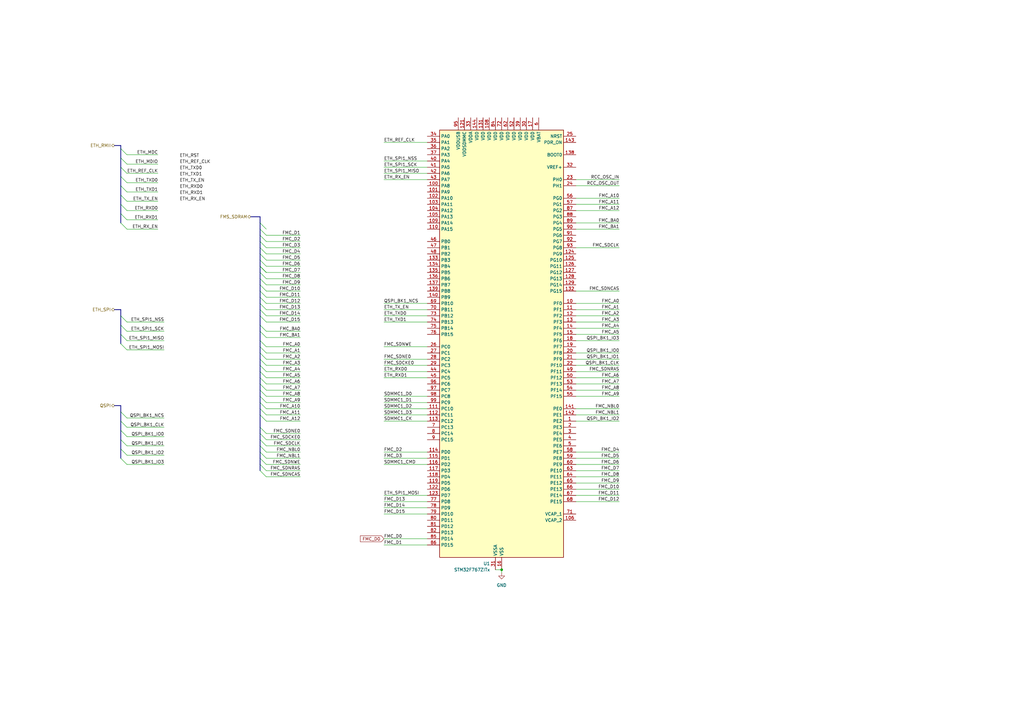
<source format=kicad_sch>
(kicad_sch (version 20230121) (generator eeschema)
  (paper "A3")
  (lib_symbols
    (symbol "MCU_ST_STM32F7:STM32F767ZITx"
      (property "Reference" "U" (at -25.4 90.17 0))
      (property "Value" "STM32F767ZITx" (at 20.32 90.17 0))
      (symbol "STM32F767ZITx_0_1"
        (rectangle (start -25.4 -86.36) (end 25.4 88.9) (stroke (width 0.254)) (fill (type background)))
      )
      (symbol "STM32F767ZITx_1_1"
        (pin bidirectional line (at -30.48 -30.48 0) (length 5.08) (name "PE2") (number "1"))
        (pin bidirectional line (at -30.48 17.78 0) (length 5.08) (name "PF0") (number "10"))
        (pin bidirectional line (at 30.48 66.04 180) (length 5.08) (name "PA8") (number "100"))
        (pin bidirectional line (at 30.48 63.5 180) (length 5.08) (name "PA9") (number "101"))
        (pin bidirectional line (at 30.48 60.96 180) (length 5.08) (name "PA10") (number "102"))
        (pin bidirectional line (at 30.48 58.42 180) (length 5.08) (name "PA11") (number "103"))
        (pin bidirectional line (at 30.48 55.88 180) (length 5.08) (name "PA12") (number "104"))
        (pin bidirectional line (at 30.48 53.34 180) (length 5.08) (name "PA13") (number "105"))
        (pin power_out line (at -30.48 -71.12 0) (length 5.08) (name "VCAP_2") (number "106"))
        (pin passive line (at 0 -91.44 90) (length 5.08) hide (name "VSS") (number "107"))
        (pin power_in line (at 5.08 93.98 270) (length 5.08) (name "VDD") (number "108"))
        (pin bidirectional line (at 30.48 50.8 180) (length 5.08) (name "PA14") (number "109"))
        (pin bidirectional line (at -30.48 15.24 0) (length 5.08) (name "PF1") (number "11"))
        (pin bidirectional line (at 30.48 48.26 180) (length 5.08) (name "PA15") (number "110"))
        (pin bidirectional line (at 30.48 -25.4 180) (length 5.08) (name "PC10") (number "111"))
        (pin bidirectional line (at 30.48 -27.94 180) (length 5.08) (name "PC11") (number "112"))
        (pin bidirectional line (at 30.48 -30.48 180) (length 5.08) (name "PC12") (number "113"))
        (pin bidirectional line (at 30.48 -43.18 180) (length 5.08) (name "PD0") (number "114"))
        (pin bidirectional line (at 30.48 -45.72 180) (length 5.08) (name "PD1") (number "115"))
        (pin bidirectional line (at 30.48 -48.26 180) (length 5.08) (name "PD2") (number "116"))
        (pin bidirectional line (at 30.48 -50.8 180) (length 5.08) (name "PD3") (number "117"))
        (pin bidirectional line (at 30.48 -53.34 180) (length 5.08) (name "PD4") (number "118"))
        (pin bidirectional line (at 30.48 -55.88 180) (length 5.08) (name "PD5") (number "119"))
        (pin bidirectional line (at -30.48 12.7 0) (length 5.08) (name "PF2") (number "12"))
        (pin passive line (at 0 -91.44 90) (length 5.08) hide (name "VSS") (number "120"))
        (pin power_in line (at 15.24 93.98 270) (length 5.08) (name "VDDSDMMC") (number "121"))
        (pin bidirectional line (at 30.48 -58.42 180) (length 5.08) (name "PD6") (number "122"))
        (pin bidirectional line (at 30.48 -60.96 180) (length 5.08) (name "PD7") (number "123"))
        (pin bidirectional line (at -30.48 38.1 0) (length 5.08) (name "PG9") (number "124"))
        (pin bidirectional line (at -30.48 35.56 0) (length 5.08) (name "PG10") (number "125"))
        (pin bidirectional line (at -30.48 33.02 0) (length 5.08) (name "PG11") (number "126"))
        (pin bidirectional line (at -30.48 30.48 0) (length 5.08) (name "PG12") (number "127"))
        (pin bidirectional line (at -30.48 27.94 0) (length 5.08) (name "PG13") (number "128"))
        (pin bidirectional line (at -30.48 25.4 0) (length 5.08) (name "PG14") (number "129"))
        (pin bidirectional line (at -30.48 10.16 0) (length 5.08) (name "PF3") (number "13"))
        (pin passive line (at 0 -91.44 90) (length 5.08) hide (name "VSS") (number "130"))
        (pin power_in line (at 7.62 93.98 270) (length 5.08) (name "VDD") (number "131"))
        (pin bidirectional line (at -30.48 22.86 0) (length 5.08) (name "PG15") (number "132"))
        (pin bidirectional line (at 30.48 35.56 180) (length 5.08) (name "PB3") (number "133"))
        (pin bidirectional line (at 30.48 33.02 180) (length 5.08) (name "PB4") (number "134"))
        (pin bidirectional line (at 30.48 30.48 180) (length 5.08) (name "PB5") (number "135"))
        (pin bidirectional line (at 30.48 27.94 180) (length 5.08) (name "PB6") (number "136"))
        (pin bidirectional line (at 30.48 25.4 180) (length 5.08) (name "PB7") (number "137"))
        (pin input line (at -30.48 78.74 0) (length 5.08) (name "BOOT0") (number "138"))
        (pin bidirectional line (at 30.48 22.86 180) (length 5.08) (name "PB8") (number "139"))
        (pin bidirectional line (at -30.48 7.62 0) (length 5.08) (name "PF4") (number "14"))
        (pin bidirectional line (at 30.48 20.32 180) (length 5.08) (name "PB9") (number "140"))
        (pin bidirectional line (at -30.48 -25.4 0) (length 5.08) (name "PE0") (number "141"))
        (pin bidirectional line (at -30.48 -27.94 0) (length 5.08) (name "PE1") (number "142"))
        (pin input line (at -30.48 83.82 0) (length 5.08) (name "PDR_ON") (number "143"))
        (pin power_in line (at 10.16 93.98 270) (length 5.08) (name "VDD") (number "144"))
        (pin bidirectional line (at -30.48 5.08 0) (length 5.08) (name "PF5") (number "15"))
        (pin power_in line (at 0 -91.44 90) (length 5.08) (name "VSS") (number "16"))
        (pin power_in line (at -12.7 93.98 270) (length 5.08) (name "VDD") (number "17"))
        (pin bidirectional line (at -30.48 2.54 0) (length 5.08) (name "PF6") (number "18"))
        (pin bidirectional line (at -30.48 0 0) (length 5.08) (name "PF7") (number "19"))
        (pin bidirectional line (at -30.48 -33.02 0) (length 5.08) (name "PE3") (number "2"))
        (pin bidirectional line (at -30.48 -2.54 0) (length 5.08) (name "PF8") (number "20"))
        (pin bidirectional line (at -30.48 -5.08 0) (length 5.08) (name "PF9") (number "21"))
        (pin bidirectional line (at -30.48 -7.62 0) (length 5.08) (name "PF10") (number "22"))
        (pin bidirectional line (at -30.48 68.58 0) (length 5.08) (name "PH0") (number "23"))
        (pin bidirectional line (at -30.48 66.04 0) (length 5.08) (name "PH1") (number "24"))
        (pin input line (at -30.48 86.36 0) (length 5.08) (name "NRST") (number "25"))
        (pin bidirectional line (at 30.48 0 180) (length 5.08) (name "PC0") (number "26"))
        (pin bidirectional line (at 30.48 -2.54 180) (length 5.08) (name "PC1") (number "27"))
        (pin bidirectional line (at 30.48 -5.08 180) (length 5.08) (name "PC2") (number "28"))
        (pin bidirectional line (at 30.48 -7.62 180) (length 5.08) (name "PC3") (number "29"))
        (pin bidirectional line (at -30.48 -35.56 0) (length 5.08) (name "PE4") (number "3"))
        (pin power_in line (at -10.16 93.98 270) (length 5.08) (name "VDD") (number "30"))
        (pin power_in line (at 2.54 -91.44 90) (length 5.08) (name "VSSA") (number "31"))
        (pin input line (at -30.48 73.66 0) (length 5.08) (name "VREF+") (number "32"))
        (pin power_in line (at 12.7 93.98 270) (length 5.08) (name "VDDA") (number "33"))
        (pin bidirectional line (at 30.48 86.36 180) (length 5.08) (name "PA0") (number "34"))
        (pin bidirectional line (at 30.48 83.82 180) (length 5.08) (name "PA1") (number "35"))
        (pin bidirectional line (at 30.48 81.28 180) (length 5.08) (name "PA2") (number "36"))
        (pin bidirectional line (at 30.48 78.74 180) (length 5.08) (name "PA3") (number "37"))
        (pin passive line (at 0 -91.44 90) (length 5.08) hide (name "VSS") (number "38"))
        (pin power_in line (at -7.62 93.98 270) (length 5.08) (name "VDD") (number "39"))
        (pin bidirectional line (at -30.48 -38.1 0) (length 5.08) (name "PE5") (number "4"))
        (pin bidirectional line (at 30.48 76.2 180) (length 5.08) (name "PA4") (number "40"))
        (pin bidirectional line (at 30.48 73.66 180) (length 5.08) (name "PA5") (number "41"))
        (pin bidirectional line (at 30.48 71.12 180) (length 5.08) (name "PA6") (number "42"))
        (pin bidirectional line (at 30.48 68.58 180) (length 5.08) (name "PA7") (number "43"))
        (pin bidirectional line (at 30.48 -10.16 180) (length 5.08) (name "PC4") (number "44"))
        (pin bidirectional line (at 30.48 -12.7 180) (length 5.08) (name "PC5") (number "45"))
        (pin bidirectional line (at 30.48 43.18 180) (length 5.08) (name "PB0") (number "46"))
        (pin bidirectional line (at 30.48 40.64 180) (length 5.08) (name "PB1") (number "47"))
        (pin bidirectional line (at 30.48 38.1 180) (length 5.08) (name "PB2") (number "48"))
        (pin bidirectional line (at -30.48 -10.16 0) (length 5.08) (name "PF11") (number "49"))
        (pin bidirectional line (at -30.48 -40.64 0) (length 5.08) (name "PE6") (number "5"))
        (pin bidirectional line (at -30.48 -12.7 0) (length 5.08) (name "PF12") (number "50"))
        (pin passive line (at 0 -91.44 90) (length 5.08) hide (name "VSS") (number "51"))
        (pin power_in line (at -5.08 93.98 270) (length 5.08) (name "VDD") (number "52"))
        (pin bidirectional line (at -30.48 -15.24 0) (length 5.08) (name "PF13") (number "53"))
        (pin bidirectional line (at -30.48 -17.78 0) (length 5.08) (name "PF14") (number "54"))
        (pin bidirectional line (at -30.48 -20.32 0) (length 5.08) (name "PF15") (number "55"))
        (pin bidirectional line (at -30.48 60.96 0) (length 5.08) (name "PG0") (number "56"))
        (pin bidirectional line (at -30.48 58.42 0) (length 5.08) (name "PG1") (number "57"))
        (pin bidirectional line (at -30.48 -43.18 0) (length 5.08) (name "PE7") (number "58"))
        (pin bidirectional line (at -30.48 -45.72 0) (length 5.08) (name "PE8") (number "59"))
        (pin power_in line (at -15.24 93.98 270) (length 5.08) (name "VBAT") (number "6"))
        (pin bidirectional line (at -30.48 -48.26 0) (length 5.08) (name "PE9") (number "60"))
        (pin passive line (at 0 -91.44 90) (length 5.08) hide (name "VSS") (number "61"))
        (pin power_in line (at -2.54 93.98 270) (length 5.08) (name "VDD") (number "62"))
        (pin bidirectional line (at -30.48 -50.8 0) (length 5.08) (name "PE10") (number "63"))
        (pin bidirectional line (at -30.48 -53.34 0) (length 5.08) (name "PE11") (number "64"))
        (pin bidirectional line (at -30.48 -55.88 0) (length 5.08) (name "PE12") (number "65"))
        (pin bidirectional line (at -30.48 -58.42 0) (length 5.08) (name "PE13") (number "66"))
        (pin bidirectional line (at -30.48 -60.96 0) (length 5.08) (name "PE14") (number "67"))
        (pin bidirectional line (at -30.48 -63.5 0) (length 5.08) (name "PE15") (number "68"))
        (pin bidirectional line (at 30.48 17.78 180) (length 5.08) (name "PB10") (number "69"))
        (pin bidirectional line (at 30.48 -33.02 180) (length 5.08) (name "PC13") (number "7"))
        (pin bidirectional line (at 30.48 15.24 180) (length 5.08) (name "PB11") (number "70"))
        (pin power_out line (at -30.48 -68.58 0) (length 5.08) (name "VCAP_1") (number "71"))
        (pin power_in line (at 0 93.98 270) (length 5.08) (name "VDD") (number "72"))
        (pin bidirectional line (at 30.48 12.7 180) (length 5.08) (name "PB12") (number "73"))
        (pin bidirectional line (at 30.48 10.16 180) (length 5.08) (name "PB13") (number "74"))
        (pin bidirectional line (at 30.48 7.62 180) (length 5.08) (name "PB14") (number "75"))
        (pin bidirectional line (at 30.48 5.08 180) (length 5.08) (name "PB15") (number "76"))
        (pin bidirectional line (at 30.48 -63.5 180) (length 5.08) (name "PD8") (number "77"))
        (pin bidirectional line (at 30.48 -66.04 180) (length 5.08) (name "PD9") (number "78"))
        (pin bidirectional line (at 30.48 -68.58 180) (length 5.08) (name "PD10") (number "79"))
        (pin bidirectional line (at 30.48 -35.56 180) (length 5.08) (name "PC14") (number "8"))
        (pin bidirectional line (at 30.48 -71.12 180) (length 5.08) (name "PD11") (number "80"))
        (pin bidirectional line (at 30.48 -73.66 180) (length 5.08) (name "PD12") (number "81"))
        (pin bidirectional line (at 30.48 -76.2 180) (length 5.08) (name "PD13") (number "82"))
        (pin passive line (at 0 -91.44 90) (length 5.08) hide (name "VSS") (number "83"))
        (pin power_in line (at 2.54 93.98 270) (length 5.08) (name "VDD") (number "84"))
        (pin bidirectional line (at 30.48 -78.74 180) (length 5.08) (name "PD14") (number "85"))
        (pin bidirectional line (at 30.48 -81.28 180) (length 5.08) (name "PD15") (number "86"))
        (pin bidirectional line (at -30.48 55.88 0) (length 5.08) (name "PG2") (number "87"))
        (pin bidirectional line (at -30.48 53.34 0) (length 5.08) (name "PG3") (number "88"))
        (pin bidirectional line (at -30.48 50.8 0) (length 5.08) (name "PG4") (number "89"))
        (pin bidirectional line (at 30.48 -38.1 180) (length 5.08) (name "PC15") (number "9"))
        (pin bidirectional line (at -30.48 48.26 0) (length 5.08) (name "PG5") (number "90"))
        (pin bidirectional line (at -30.48 45.72 0) (length 5.08) (name "PG6") (number "91"))
        (pin bidirectional line (at -30.48 43.18 0) (length 5.08) (name "PG7") (number "92"))
        (pin bidirectional line (at -30.48 40.64 0) (length 5.08) (name "PG8") (number "93"))
        (pin passive line (at 0 -91.44 90) (length 5.08) hide (name "VSS") (number "94"))
        (pin power_in line (at 17.78 93.98 270) (length 5.08) (name "VDDUSB") (number "95"))
        (pin bidirectional line (at 30.48 -15.24 180) (length 5.08) (name "PC6") (number "96"))
        (pin bidirectional line (at 30.48 -17.78 180) (length 5.08) (name "PC7") (number "97"))
        (pin bidirectional line (at 30.48 -20.32 180) (length 5.08) (name "PC8") (number "98"))
        (pin bidirectional line (at 30.48 -22.86 180) (length 5.08) (name "PC9") (number "99"))
      )
    )
    (symbol "power:GND" (power) (pin_names (offset 0))
      (property "Value" "GND" (at 0 -3.81 0))
      (symbol "GND_0_1"
        (polyline (pts (xy 0 0) (xy 0 -1.27) (xy 1.27 -1.27) (xy 0 -2.54) (xy -1.27 -1.27) (xy 0 -1.27)))
      )
      (symbol "GND_1_1"
        (pin power_in line (at 0 0 270) (length 0) hide (name "GND") (number "1"))
      )
    )
  )
  (junction (at 205.74 233.68))
  (bus_entry (at 106.68 182.88) (size 2.54 2.54))
  (bus_entry (at 106.68 139.7) (size 2.54 2.54))
  (bus_entry (at 106.68 109.22) (size 2.54 2.54))
  (bus_entry (at 106.68 133.35) (size 2.54 2.54))
  (bus_entry (at 49.53 91.44) (size 2.54 2.54))
  (bus_entry (at 106.68 160.02) (size 2.54 2.54))
  (bus_entry (at 106.68 101.6) (size 2.54 2.54))
  (bus_entry (at 106.68 175.26) (size 2.54 2.54))
  (bus_entry (at 106.68 154.94) (size 2.54 2.54))
  (bus_entry (at 49.53 68.58) (size 2.54 2.54))
  (bus_entry (at 106.68 119.38) (size 2.54 2.54))
  (bus_entry (at 106.68 142.24) (size 2.54 2.54))
  (bus_entry (at 106.68 152.4) (size 2.54 2.54))
  (bus_entry (at 49.53 72.39) (size 2.54 2.54))
  (bus_entry (at 106.68 111.76) (size 2.54 2.54))
  (bus_entry (at 106.68 177.8) (size 2.54 2.54))
  (bus_entry (at 49.53 140.97) (size 2.54 2.54))
  (bus_entry (at 106.68 91.44) (size 2.54 2.54))
  (bus_entry (at 49.53 176.53) (size 2.54 2.54))
  (bus_entry (at 106.68 129.54) (size 2.54 2.54))
  (bus_entry (at 49.53 187.96) (size 2.54 2.54))
  (bus_entry (at 106.68 170.18) (size 2.54 2.54))
  (bus_entry (at 106.68 116.84) (size 2.54 2.54))
  (bus_entry (at 106.68 109.22) (size 2.54 2.54))
  (bus_entry (at 106.68 180.34) (size 2.54 2.54))
  (bus_entry (at 49.53 64.77) (size 2.54 2.54))
  (bus_entry (at 49.53 184.15) (size 2.54 2.54))
  (bus_entry (at 106.68 144.78) (size 2.54 2.54))
  (bus_entry (at 106.68 127) (size 2.54 2.54))
  (bus_entry (at 49.53 172.72) (size 2.54 2.54))
  (bus_entry (at 106.68 187.96) (size 2.54 2.54))
  (bus_entry (at 106.68 185.42) (size 2.54 2.54))
  (bus_entry (at 49.53 133.35) (size 2.54 2.54))
  (bus_entry (at 106.68 193.04) (size 2.54 2.54))
  (bus_entry (at 106.68 149.86) (size 2.54 2.54))
  (bus_entry (at 106.68 190.5) (size 2.54 2.54))
  (bus_entry (at 49.53 60.96) (size 2.54 2.54))
  (bus_entry (at 106.68 124.46) (size 2.54 2.54))
  (bus_entry (at 106.68 96.52) (size 2.54 2.54))
  (bus_entry (at 49.53 137.16) (size 2.54 2.54))
  (bus_entry (at 49.53 168.91) (size 2.54 2.54))
  (bus_entry (at 49.53 87.63) (size 2.54 2.54))
  (bus_entry (at 106.68 114.3) (size 2.54 2.54))
  (bus_entry (at 106.68 135.89) (size 2.54 2.54))
  (bus_entry (at 49.53 80.01) (size 2.54 2.54))
  (bus_entry (at 49.53 76.2) (size 2.54 2.54))
  (bus_entry (at 106.68 162.56) (size 2.54 2.54))
  (bus_entry (at 106.68 167.64) (size 2.54 2.54))
  (bus_entry (at 49.53 83.82) (size 2.54 2.54))
  (bus_entry (at 106.68 157.48) (size 2.54 2.54))
  (bus_entry (at 106.68 104.14) (size 2.54 2.54))
  (bus_entry (at 49.53 180.34) (size 2.54 2.54))
  (bus_entry (at 106.68 165.1) (size 2.54 2.54))
  (bus_entry (at 106.68 106.68) (size 2.54 2.54))
  (bus_entry (at 49.53 129.54) (size 2.54 2.54))
  (bus_entry (at 106.68 93.98) (size 2.54 2.54))
  (bus_entry (at 106.68 99.06) (size 2.54 2.54))
  (bus_entry (at 106.68 147.32) (size 2.54 2.54))
  (bus_entry (at 106.68 121.92) (size 2.54 2.54))
  (wire (pts (xy 157.48 190.5) (xy 175.26 190.5)))
  (wire (pts (xy 157.48 154.94) (xy 175.26 154.94)))
  (wire (pts (xy 109.22 177.8) (xy 123.19 177.8)))
  (wire (pts (xy 109.22 157.48) (xy 123.19 157.48)))
  (wire (pts (xy 109.22 162.56) (xy 123.19 162.56)))
  (wire (pts (xy 236.22 83.82) (xy 254 83.82)))
  (wire (pts (xy 109.22 170.18) (xy 123.19 170.18)))
  (wire (pts (xy 52.07 71.12) (xy 64.77 71.12)))
  (wire (pts (xy 157.48 167.64) (xy 175.26 167.64)))
  (wire (pts (xy 236.22 93.98) (xy 254 93.98)))
  (wire (pts (xy 52.07 86.36) (xy 64.77 86.36)))
  (wire (pts (xy 109.22 119.38) (xy 123.19 119.38)))
  (bus (pts (xy 106.68 182.88) (xy 106.68 180.34)))
  (wire (pts (xy 52.07 74.93) (xy 64.77 74.93)))
  (bus (pts (xy 106.68 142.24) (xy 106.68 139.7)))
  (wire (pts (xy 157.48 205.74) (xy 175.26 205.74)))
  (bus (pts (xy 106.68 147.32) (xy 106.68 144.78)))
  (wire (pts (xy 109.22 104.14) (xy 123.19 104.14)))
  (wire (pts (xy 236.22 137.16) (xy 254 137.16)))
  (wire (pts (xy 236.22 139.7) (xy 254 139.7)))
  (wire (pts (xy 236.22 170.18) (xy 254 170.18)))
  (wire (pts (xy 109.22 149.86) (xy 123.19 149.86)))
  (bus (pts (xy 106.68 175.26) (xy 106.68 170.18)))
  (wire (pts (xy 157.48 223.52) (xy 175.26 223.52)))
  (bus (pts (xy 106.68 129.54) (xy 106.68 127)))
  (bus (pts (xy 106.68 93.98) (xy 106.68 91.44)))
  (bus (pts (xy 106.68 96.52) (xy 106.68 93.98)))
  (wire (pts (xy 52.07 186.69) (xy 67.31 186.69)))
  (wire (pts (xy 236.22 119.38) (xy 254 119.38)))
  (bus (pts (xy 106.68 124.46) (xy 106.68 121.92)))
  (wire (pts (xy 109.22 111.76) (xy 123.19 111.76)))
  (wire (pts (xy 109.22 124.46) (xy 123.19 124.46)))
  (wire (pts (xy 109.22 121.92) (xy 123.19 121.92)))
  (bus (pts (xy 49.53 180.34) (xy 49.53 176.53)))
  (bus (pts (xy 106.68 91.44) (xy 106.68 88.9)))
  (bus (pts (xy 106.68 180.34) (xy 106.68 177.8)))
  (wire (pts (xy 109.22 160.02) (xy 123.19 160.02)))
  (wire (pts (xy 109.22 147.32) (xy 123.19 147.32)))
  (bus (pts (xy 106.68 99.06) (xy 106.68 96.52)))
  (wire (pts (xy 109.22 165.1) (xy 123.19 165.1)))
  (wire (pts (xy 109.22 138.43) (xy 123.19 138.43)))
  (wire (pts (xy 109.22 127) (xy 123.19 127)))
  (bus (pts (xy 106.68 133.35) (xy 106.68 129.54)))
  (bus (pts (xy 106.68 116.84) (xy 106.68 114.3)))
  (bus (pts (xy 49.53 176.53) (xy 49.53 172.72)))
  (wire (pts (xy 109.22 132.08) (xy 123.19 132.08)))
  (bus (pts (xy 49.53 129.54) (xy 49.53 133.35)))
  (bus (pts (xy 49.53 83.82) (xy 49.53 87.63)))
  (bus (pts (xy 49.53 72.39) (xy 49.53 76.2)))
  (wire (pts (xy 109.22 116.84) (xy 123.19 116.84)))
  (wire (pts (xy 157.48 210.82) (xy 175.26 210.82)))
  (wire (pts (xy 236.22 172.72) (xy 254 172.72)))
  (bus (pts (xy 46.99 127) (xy 49.53 127)))
  (wire (pts (xy 109.22 190.5) (xy 123.19 190.5)))
  (bus (pts (xy 49.53 87.63) (xy 49.53 91.44)))
  (bus (pts (xy 106.68 170.18) (xy 106.68 167.64)))
  (wire (pts (xy 109.22 152.4) (xy 123.19 152.4)))
  (bus (pts (xy 49.53 60.96) (xy 49.53 64.77)))
  (wire (pts (xy 109.22 106.68) (xy 123.19 106.68)))
  (wire (pts (xy 157.48 162.56) (xy 175.26 162.56)))
  (wire (pts (xy 109.22 144.78) (xy 123.19 144.78)))
  (bus (pts (xy 106.68 135.89) (xy 106.68 133.35)))
  (bus (pts (xy 106.68 162.56) (xy 106.68 160.02)))
  (wire (pts (xy 52.07 82.55) (xy 64.77 82.55)))
  (wire (pts (xy 109.22 109.22) (xy 123.19 109.22)))
  (bus (pts (xy 106.68 149.86) (xy 106.68 147.32)))
  (wire (pts (xy 52.07 67.31) (xy 64.77 67.31)))
  (wire (pts (xy 236.22 160.02) (xy 254 160.02)))
  (bus (pts (xy 106.68 127) (xy 106.68 124.46)))
  (wire (pts (xy 205.74 233.68) (xy 205.74 234.95)))
  (wire (pts (xy 52.07 139.7) (xy 67.31 139.7)))
  (bus (pts (xy 46.99 59.69) (xy 49.53 59.69)))
  (wire (pts (xy 236.22 185.42) (xy 254 185.42)))
  (wire (pts (xy 236.22 81.28) (xy 254 81.28)))
  (wire (pts (xy 109.22 195.58) (xy 123.19 195.58)))
  (wire (pts (xy 157.48 71.12) (xy 175.26 71.12)))
  (wire (pts (xy 236.22 167.64) (xy 254 167.64)))
  (wire (pts (xy 236.22 132.08) (xy 254 132.08)))
  (wire (pts (xy 52.07 143.51) (xy 67.31 143.51)))
  (wire (pts (xy 236.22 101.6) (xy 254 101.6)))
  (wire (pts (xy 157.48 68.58) (xy 175.26 68.58)))
  (bus (pts (xy 106.68 160.02) (xy 106.68 157.48)))
  (bus (pts (xy 106.68 185.42) (xy 106.68 182.88)))
  (bus (pts (xy 106.68 139.7) (xy 106.68 135.89)))
  (bus (pts (xy 49.53 68.58) (xy 49.53 72.39)))
  (wire (pts (xy 157.48 73.66) (xy 175.26 73.66)))
  (wire (pts (xy 157.48 165.1) (xy 175.26 165.1)))
  (wire (pts (xy 236.22 154.94) (xy 254 154.94)))
  (wire (pts (xy 157.48 187.96) (xy 175.26 187.96)))
  (wire (pts (xy 157.48 208.28) (xy 175.26 208.28)))
  (wire (pts (xy 157.48 127) (xy 175.26 127)))
  (bus (pts (xy 106.68 187.96) (xy 106.68 185.42)))
  (bus (pts (xy 106.68 177.8) (xy 106.68 175.26)))
  (bus (pts (xy 106.68 106.68) (xy 106.68 104.14)))
  (wire (pts (xy 157.48 152.4) (xy 175.26 152.4)))
  (wire (pts (xy 52.07 190.5) (xy 67.31 190.5)))
  (wire (pts (xy 236.22 147.32) (xy 254 147.32)))
  (bus (pts (xy 49.53 80.01) (xy 49.53 83.82)))
  (wire (pts (xy 52.07 182.88) (xy 67.31 182.88)))
  (wire (pts (xy 157.48 58.42) (xy 175.26 58.42)))
  (wire (pts (xy 157.48 142.24) (xy 175.26 142.24)))
  (wire (pts (xy 236.22 134.62) (xy 254 134.62)))
  (wire (pts (xy 236.22 157.48) (xy 254 157.48)))
  (wire (pts (xy 236.22 200.66) (xy 254 200.66)))
  (bus (pts (xy 49.53 133.35) (xy 49.53 137.16)))
  (wire (pts (xy 109.22 193.04) (xy 123.19 193.04)))
  (bus (pts (xy 106.68 109.22) (xy 106.68 106.68)))
  (wire (pts (xy 52.07 63.5) (xy 64.77 63.5)))
  (wire (pts (xy 109.22 167.64) (xy 123.19 167.64)))
  (wire (pts (xy 109.22 114.3) (xy 123.19 114.3)))
  (wire (pts (xy 236.22 86.36) (xy 254 86.36)))
  (wire (pts (xy 109.22 180.34) (xy 123.19 180.34)))
  (wire (pts (xy 52.07 93.98) (xy 64.77 93.98)))
  (bus (pts (xy 106.68 104.14) (xy 106.68 101.6)))
  (bus (pts (xy 106.68 167.64) (xy 106.68 165.1)))
  (bus (pts (xy 106.68 144.78) (xy 106.68 142.24)))
  (wire (pts (xy 52.07 78.74) (xy 64.77 78.74)))
  (bus (pts (xy 49.53 76.2) (xy 49.53 80.01)))
  (wire (pts (xy 109.22 142.24) (xy 123.19 142.24)))
  (bus (pts (xy 106.68 165.1) (xy 106.68 162.56)))
  (bus (pts (xy 49.53 127) (xy 49.53 129.54)))
  (bus (pts (xy 49.53 168.91) (xy 49.53 166.37)))
  (wire (pts (xy 236.22 149.86) (xy 254 149.86)))
  (bus (pts (xy 46.99 166.37) (xy 49.53 166.37)))
  (bus (pts (xy 106.68 121.92) (xy 106.68 119.38)))
  (bus (pts (xy 106.68 154.94) (xy 106.68 152.4)))
  (wire (pts (xy 203.2 233.68) (xy 205.74 233.68)))
  (wire (pts (xy 236.22 187.96) (xy 254 187.96)))
  (wire (pts (xy 157.48 172.72) (xy 175.26 172.72)))
  (wire (pts (xy 52.07 132.08) (xy 67.31 132.08)))
  (wire (pts (xy 157.48 220.98) (xy 175.26 220.98)))
  (bus (pts (xy 106.68 193.04) (xy 106.68 190.5)))
  (wire (pts (xy 157.48 129.54) (xy 175.26 129.54)))
  (wire (pts (xy 109.22 187.96) (xy 123.19 187.96)))
  (wire (pts (xy 157.48 124.46) (xy 175.26 124.46)))
  (wire (pts (xy 52.07 135.89) (xy 67.31 135.89)))
  (wire (pts (xy 109.22 185.42) (xy 123.19 185.42)))
  (wire (pts (xy 52.07 90.17) (xy 64.77 90.17)))
  (wire (pts (xy 236.22 144.78) (xy 254 144.78)))
  (wire (pts (xy 109.22 154.94) (xy 123.19 154.94)))
  (wire (pts (xy 236.22 73.66) (xy 254 73.66)))
  (wire (pts (xy 157.48 66.04) (xy 175.26 66.04)))
  (wire (pts (xy 236.22 91.44) (xy 254 91.44)))
  (wire (pts (xy 52.07 175.26) (xy 67.31 175.26)))
  (wire (pts (xy 236.22 152.4) (xy 254 152.4)))
  (bus (pts (xy 106.68 190.5) (xy 106.68 187.96)))
  (wire (pts (xy 109.22 172.72) (xy 123.19 172.72)))
  (bus (pts (xy 49.53 172.72) (xy 49.53 168.91)))
  (wire (pts (xy 109.22 101.6) (xy 123.19 101.6)))
  (wire (pts (xy 157.48 170.18) (xy 175.26 170.18)))
  (wire (pts (xy 236.22 190.5) (xy 254 190.5)))
  (wire (pts (xy 236.22 203.2) (xy 254 203.2)))
  (bus (pts (xy 106.68 152.4) (xy 106.68 149.86)))
  (bus (pts (xy 49.53 184.15) (xy 49.53 180.34)))
  (bus (pts (xy 102.87 88.9) (xy 106.68 88.9)))
  (bus (pts (xy 106.68 119.38) (xy 106.68 116.84)))
  (wire (pts (xy 236.22 198.12) (xy 254 198.12)))
  (wire (pts (xy 52.07 179.07) (xy 67.31 179.07)))
  (wire (pts (xy 157.48 132.08) (xy 175.26 132.08)))
  (wire (pts (xy 157.48 149.86) (xy 175.26 149.86)))
  (bus (pts (xy 49.53 187.96) (xy 49.53 184.15)))
  (wire (pts (xy 236.22 129.54) (xy 254 129.54)))
  (wire (pts (xy 236.22 127) (xy 254 127)))
  (bus (pts (xy 106.68 157.48) (xy 106.68 154.94)))
  (wire (pts (xy 236.22 205.74) (xy 254 205.74)))
  (bus (pts (xy 49.53 59.69) (xy 49.53 60.96)))
  (wire (pts (xy 109.22 96.52) (xy 123.19 96.52)))
  (bus (pts (xy 49.53 137.16) (xy 49.53 140.97)))
  (wire (pts (xy 236.22 76.2) (xy 254 76.2)))
  (bus (pts (xy 106.68 101.6) (xy 106.68 99.06)))
  (wire (pts (xy 236.22 162.56) (xy 254 162.56)))
  (wire (pts (xy 236.22 193.04) (xy 254 193.04)))
  (wire (pts (xy 157.48 147.32) (xy 175.26 147.32)))
  (wire (pts (xy 236.22 195.58) (xy 254 195.58)))
  (bus (pts (xy 49.53 64.77) (xy 49.53 68.58)))
  (wire (pts (xy 52.07 171.45) (xy 67.31 171.45)))
  (wire (pts (xy 109.22 129.54) (xy 123.19 129.54)))
  (wire (pts (xy 157.48 203.2) (xy 175.26 203.2)))
  (wire (pts (xy 109.22 99.06) (xy 123.19 99.06)))
  (wire (pts (xy 109.22 182.88) (xy 123.19 182.88)))
  (wire (pts (xy 236.22 124.46) (xy 254 124.46)))
  (bus (pts (xy 106.68 111.76) (xy 106.68 109.22)))
  (wire (pts (xy 109.22 135.89) (xy 123.19 135.89)))
  (wire (pts (xy 157.48 185.42) (xy 175.26 185.42)))
  (bus (pts (xy 106.68 114.3) (xy 106.68 111.76)))
  (label "FMC_NBL1" (at 254 170.18 180))
  (label "FMC_A4" (at 123.19 152.4 180))
  (label "QSPI_BK1_IO0" (at 67.31 179.07 180))
  (label "FMC_A10" (at 123.19 167.64 180))
  (label "SDMMC1_CK" (at 157.48 172.72 0))
  (label "FMC_D5" (at 254 187.96 180))
  (label "FMC_A2" (at 123.19 147.32 180))
  (label "FMC_SDNCAS" (at 123.19 195.58 180))
  (label "FMC_SDCKE0" (at 123.19 180.34 180))
  (label "QSPI_BK1_CLK" (at 254 149.86 180))
  (label "ETH_SPI1_SCK" (at 157.48 68.58 0))
  (label "QSPI_BK1_NCS" (at 157.48 124.46 0))
  (label "ETH_RXD0" (at 64.77 86.36 180))
  (label "ETH_SPI1_MOSI" (at 67.31 143.51 180))
  (label "ETH_REF_CLK" (at 157.48 58.42 0))
  (label "FMC_D11" (at 123.19 121.92 180))
  (label "FMC_A5" (at 254 137.16 180))
  (label "FMC_D0" (at 157.48 220.98 0))
  (label "ETH_SPI1_MOSI" (at 157.48 203.2 0))
  (label "ETH_TX_EN" (at 64.77 82.55 180))
  (label "ETH_SPI1_NSS" (at 67.31 132.08 180))
  (label "FMC_D12" (at 123.19 124.46 180))
  (label "ETH_RX_EN" (at 73.66 82.55 0))
  (label "FMC_D3" (at 157.48 187.96 0))
  (label "FMC_D2" (at 157.48 185.42 0))
  (label "FMC_D6" (at 254 190.5 180))
  (label "FMC_D10" (at 254 200.66 180))
  (label "FMC_A11" (at 123.19 170.18 180))
  (label "FMC_SDNWE" (at 157.48 142.24 0))
  (label "FMC_A9" (at 254 162.56 180))
  (label "FMC_NBL0" (at 123.19 185.42 180))
  (label "ETH_RXD1" (at 73.66 80.01 0))
  (label "FMC_BA0" (at 254 91.44 180))
  (label "ETH_REF_CLK" (at 73.66 67.31 0))
  (label "ETH_RX_EN" (at 157.48 73.66 0))
  (label "FMC_A6" (at 254 154.94 180))
  (label "FMC_BA0" (at 123.19 135.89 180))
  (label "FMC_A4" (at 254 134.62 180))
  (label "FMC_D3" (at 123.19 101.6 180))
  (label "ETH_SPI1_SCK" (at 67.31 135.89 180))
  (label "ETH_REF_CLK" (at 64.77 71.12 180))
  (label "FMC_BA1" (at 123.19 138.43 180))
  (label "FMC_A8" (at 254 160.02 180))
  (label "ETH_RST" (at 73.66 64.77 0))
  (label "FMC_D15" (at 123.19 132.08 180))
  (label "ETH_TXD1" (at 157.48 132.08 0))
  (label "QSPI_BK1_IO1" (at 67.31 182.88 180))
  (label "RCC_OSC_OUT" (at 254 76.2 180))
  (label "QSPI_BK1_IO2" (at 254 172.72 180))
  (label "FMC_SDNE0" (at 123.19 177.8 180))
  (label "FMC_SDNCAS" (at 254 119.38 180))
  (label "QSPI_BK1_IO0" (at 254 144.78 180))
  (label "FMC_A12" (at 123.19 172.72 180))
  (label "FMC_SDNE0" (at 157.48 147.32 0))
  (label "FMC_D13" (at 157.48 205.74 0))
  (label "FMC_A1" (at 123.19 144.78 180))
  (label "ETH_TXD0" (at 64.77 74.93 180))
  (label "FMC_D14" (at 157.48 208.28 0))
  (label "FMC_D1" (at 123.19 96.52 180))
  (label "FMC_A5" (at 123.19 154.94 180))
  (label "ETH_RXD0" (at 157.48 152.4 0))
  (label "FMC_D11" (at 254 203.2 180))
  (label "FMC_D5" (at 123.19 106.68 180))
  (label "FMC_A2" (at 254 129.54 180))
  (label "FMC_D13" (at 123.19 127 180))
  (label "FMC_A3" (at 254 132.08 180))
  (label "ETH_TX_EN" (at 73.66 74.93 0))
  (label "ETH_MDC" (at 64.77 63.5 180))
  (label "ETH_SPI1_NSS" (at 157.48 66.04 0))
  (label "SDMMC1_D2" (at 157.48 167.64 0))
  (label "FMC_D7" (at 254 193.04 180))
  (label "RCC_OSC_IN" (at 254 73.66 180))
  (label "FMC_D7" (at 123.19 111.76 180))
  (label "FMC_SDNWE" (at 123.19 190.5 180))
  (label "QSPI_BK1_IO2" (at 67.31 186.69 180))
  (label "ETH_RX_EN" (at 64.77 93.98 180))
  (label "SDMMC1_D3" (at 157.48 170.18 0))
  (label "FMC_A6" (at 123.19 157.48 180))
  (label "FMC_D8" (at 254 195.58 180))
  (label "FMC_SDCKE0" (at 157.48 149.86 0))
  (label "FMC_D8" (at 123.19 114.3 180))
  (label "QSPI_BK1_IO3" (at 254 139.7 180))
  (label "FMC_SDNRAS" (at 254 152.4 180))
  (label "FMC_D1" (at 157.48 223.52 0))
  (label "FMC_A7" (at 123.19 160.02 180))
  (label "ETH_MDIO" (at 64.77 67.31 180))
  (label "FMC_D4" (at 254 185.42 180))
  (label "FMC_D6" (at 123.19 109.22 180))
  (label "FMC_D9" (at 123.19 116.84 180))
  (label "QSPI_BK1_NCS" (at 67.31 171.45 180))
  (label "FMC_A11" (at 254 83.82 180))
  (label "ETH_TXD0" (at 73.66 69.85 0))
  (label "FMC_D4" (at 123.19 104.14 180))
  (label "FMC_SDCLK" (at 254 101.6 180))
  (label "FMC_A12" (at 254 86.36 180))
  (label "FMC_D10" (at 123.19 119.38 180))
  (label "FMC_A10" (at 254 81.28 180))
  (label "FMC_D2" (at 123.19 99.06 180))
  (label "FMC_D14" (at 123.19 129.54 180))
  (label "ETH_TX_EN" (at 157.48 127 0))
  (label "QSPI_BK1_IO3" (at 67.31 190.5 180))
  (label "FMC_A8" (at 123.19 162.56 180))
  (label "FMC_D12" (at 254 205.74 180))
  (label "FMC_D9" (at 254 198.12 180))
  (label "SDMMC1_CMD" (at 157.48 190.5 0))
  (label "QSPI_BK1_IO1" (at 254 147.32 180))
  (label "ETH_RXD0" (at 73.66 77.47 0))
  (label "QSPI_BK1_CLK" (at 67.31 175.26 180))
  (label "FMC_D15" (at 157.48 210.82 0))
  (label "FMC_A3" (at 123.19 149.86 180))
  (label "ETH_SPI1_MISO" (at 67.31 139.7 180))
  (label "FMC_A9" (at 123.19 165.1 180))
  (label "FMC_SDNRAS" (at 123.19 193.04 180))
  (label "FMC_BA1" (at 254 93.98 180))
  (label "FMC_A0" (at 123.19 142.24 180))
  (label "FMC_SDCLK" (at 123.19 182.88 180))
  (label "SDMMC1_D0" (at 157.48 162.56 0))
  (label "FMC_NBL1" (at 123.19 187.96 180))
  (label "FMC_A0" (at 254 124.46 180))
  (label "ETH_TXD1" (at 64.77 78.74 180))
  (label "FMC_A7" (at 254 157.48 180))
  (label "ETH_TXD0" (at 157.48 129.54 0))
  (label "ETH_RXD1" (at 64.77 90.17 180))
  (label "FMC_NBL0" (at 254 167.64 180))
  (label "ETH_TXD1" (at 73.66 72.39 0))
  (label "ETH_RXD1" (at 157.48 154.94 0))
  (label "SDMMC1_D1" (at 157.48 165.1 0))
  (label "FMC_A1" (at 254 127 180))
  (label "ETH_SPI1_MISO" (at 157.48 71.12 0))
  (global_label "FMC_D0" (shape input) (at 157.48 220.98 180) (property "Intersheetrefs" "${INTERSHEET_REFS}" (effects hide)))
  (hierarchical_label "ETH_SPI" (shape bidirectional) (at 46.99 127 180))
  (hierarchical_label "FMS_SDRAM" (shape bidirectional) (at 102.87 88.9 180))
  (hierarchical_label "QSPI" (shape bidirectional) (at 46.99 166.37 180))
  (hierarchical_label "ETH_RMII" (shape bidirectional) (at 46.99 59.69 180))
  (symbol (lib_id "power:GND") (at 205.74 234.95 0) (unit 1)
    (property "Reference" "#PWR01" (effects hide))
    (property "Value" "GND" (at 205.74 240.03 0))
  )
  (symbol (lib_id "MCU_ST_STM32F7:STM32F767ZITx") (at 205.74 142.24 0) (mirror y) (unit 1)
    (property "Reference" "U1" (at 201.0059 231.14 0) (effects (justify left)))
    (property "Value" "STM32F767ZITx" (at 201.0059 233.68 0) (effects (justify left)))
    (property "Footprint" "Package_QFP:LQFP-144_20x20mm_P0.5mm" (effects hide))
    (property "Datasheet" "https://www.st.com/resource/en/datasheet/stm32f767zi.pdf" (effects hide))
  )
)
</source>
